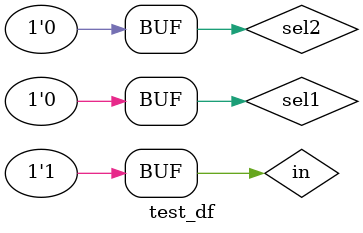
<source format=v>
`timescale 1ns / 1ps


module test_df;

	// Inputs
	reg in;
	reg sel1;
	reg sel2;

	// Outputs
	wire out1;
	wire out2;
	wire out3;
	wire out4;

	// Instantiate the Unit Under Test (UUT)
	demux_fluxdate uut (
		.in(in), 
		.sel1(sel1), 
		.sel2(sel2), 
		.out1(out1), 
		.out2(out2), 
		.out3(out3), 
		.out4(out4)
	);

	initial begin
		// Initialize Inputs
		in = 0;
		sel1 = 0;
		sel2 = 0;

		// Wait 100 ns for global reset to finish
		#100;
		
		in = 1;
		sel1 = 1;
		sel2 = 1;

		// Wait 100 ns for global reset to finish
		#100;
		
		in = 0;
		sel1 = 1;
		sel2 = 1;

		// Wait 100 ns for global reset to finish
		#100;
		
		in = 1;
		sel1 = 0;
		sel2 = 0;

		// Wait 100 ns for global reset to finish
		#100;
        
		// Add stimulus here

	end
      
endmodule


</source>
